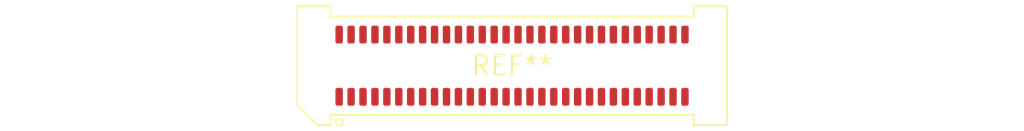
<source format=kicad_pcb>
(kicad_pcb (version 20240108) (generator pcbnew)
  (layers (0 "F.Cu" signal) (31 "B.Cu" signal) (34 "B.Paste" user) (35 "F.Paste" user) (36 "B.SilkS" user "B.Silkscreen") (37 "F.SilkS" user "F.Silkscreen") (38 "B.Mask" user) (39 "F.Mask" user) (44 "Edge.Cuts" user))
  (net 0 "")
  (footprint "Samtec_HSEC8-130-03-X-DV-A_2x30_P0.8mm_Socket_AlignmentPins" (layer "F.Cu") (at 0 0)
    (property "Reference" "REF**")
    (property "Value" "Samtec_HSEC8-130-03-X-DV-A_2x30_P0.8mm_Socket_AlignmentPins")
    (fp_line (start -14.41 -4.005) (end -12.19 -4.005) (layer "F.SilkS") (stroke (width 0.12)))
    (fp_line (start -14.41 2.640563) (end -14.41 -4.005) (layer "F.SilkS") (stroke (width 0.12)))
    (fp_line (start -13.045563 4.005) (end -14.41 2.640563) (layer "F.SilkS") (stroke (width 0.12)))
    (fp_line (start -12.19 -4.005) (end -12.19 -3.305) (layer "F.SilkS") (stroke (width 0.12)))
    (fp_line (start -12.19 -3.305) (end 12.19 -3.305) (layer "F.SilkS") (stroke (width 0.12)))
    (fp_line (start -12.19 3.305) (end -12.19 4.005) (layer "F.SilkS") (stroke (width 0.12)))
    (fp_line (start -12.19 4.005) (end -13.045563 4.005) (layer "F.SilkS") (stroke (width 0.12)))
    (fp_line (start 12.19 -4.005) (end 14.41 -4.005) (layer "F.SilkS") (stroke (width 0.12)))
    (fp_line (start 12.19 -3.305) (end 12.19 -4.005) (layer "F.SilkS") (stroke (width 0.12)))
    (fp_line (start 12.19 3.305) (end -12.19 3.305) (layer "F.SilkS") (stroke (width 0.12)))
    (fp_line (start 12.19 4.005) (end 12.19 3.305) (layer "F.SilkS") (stroke (width 0.12)))
    (fp_line (start 14.41 -4.005) (end 14.41 4.005) (layer "F.SilkS") (stroke (width 0.12)))
    (fp_line (start 14.41 4.005) (end 12.19 4.005) (layer "F.SilkS") (stroke (width 0.12)))
    (fp_arc (start -11.35 3.795) (mid -11.85 3.795) (end -11.35 3.795) (layer "F.SilkS") (stroke (width 0.12)))
    (pad "" np_thru_hole circle (at -13.1 1.5) (size 1.27 1.27) (drill 1.27) (layers *.Cu *.Mask))
    (pad "" np_thru_hole circle (at 13.1 0) (size 1.27 1.27) (drill 1.27) (layers *.Cu *.Mask))
    (pad "1" smd roundrect (at -11.6 2.095) (size 0.5 1.2) (layers "F.Cu" "F.Paste" "F.Mask"))
    (pad "2" smd roundrect (at -11.6 -2.095) (size 0.5 1.2) (layers "F.Cu" "F.Paste" "F.Mask"))
    (pad "3" smd roundrect (at -10.8 2.095) (size 0.5 1.2) (layers "F.Cu" "F.Paste" "F.Mask"))
    (pad "4" smd roundrect (at -10.8 -2.095) (size 0.5 1.2) (layers "F.Cu" "F.Paste" "F.Mask"))
    (pad "5" smd roundrect (at -10 2.095) (size 0.5 1.2) (layers "F.Cu" "F.Paste" "F.Mask"))
    (pad "6" smd roundrect (at -10 -2.095) (size 0.5 1.2) (layers "F.Cu" "F.Paste" "F.Mask"))
    (pad "7" smd roundrect (at -9.2 2.095) (size 0.5 1.2) (layers "F.Cu" "F.Paste" "F.Mask"))
    (pad "8" smd roundrect (at -9.2 -2.095) (size 0.5 1.2) (layers "F.Cu" "F.Paste" "F.Mask"))
    (pad "9" smd roundrect (at -8.4 2.095) (size 0.5 1.2) (layers "F.Cu" "F.Paste" "F.Mask"))
    (pad "10" smd roundrect (at -8.4 -2.095) (size 0.5 1.2) (layers "F.Cu" "F.Paste" "F.Mask"))
    (pad "11" smd roundrect (at -7.6 2.095) (size 0.5 1.2) (layers "F.Cu" "F.Paste" "F.Mask"))
    (pad "12" smd roundrect (at -7.6 -2.095) (size 0.5 1.2) (layers "F.Cu" "F.Paste" "F.Mask"))
    (pad "13" smd roundrect (at -6.8 2.095) (size 0.5 1.2) (layers "F.Cu" "F.Paste" "F.Mask"))
    (pad "14" smd roundrect (at -6.8 -2.095) (size 0.5 1.2) (layers "F.Cu" "F.Paste" "F.Mask"))
    (pad "15" smd roundrect (at -6 2.095) (size 0.5 1.2) (layers "F.Cu" "F.Paste" "F.Mask"))
    (pad "16" smd roundrect (at -6 -2.095) (size 0.5 1.2) (layers "F.Cu" "F.Paste" "F.Mask"))
    (pad "17" smd roundrect (at -5.2 2.095) (size 0.5 1.2) (layers "F.Cu" "F.Paste" "F.Mask"))
    (pad "18" smd roundrect (at -5.2 -2.095) (size 0.5 1.2) (layers "F.Cu" "F.Paste" "F.Mask"))
    (pad "19" smd roundrect (at -4.4 2.095) (size 0.5 1.2) (layers "F.Cu" "F.Paste" "F.Mask"))
    (pad "20" smd roundrect (at -4.4 -2.095) (size 0.5 1.2) (layers "F.Cu" "F.Paste" "F.Mask"))
    (pad "21" smd roundrect (at -3.6 2.095) (size 0.5 1.2) (layers "F.Cu" "F.Paste" "F.Mask"))
    (pad "22" smd roundrect (at -3.6 -2.095) (size 0.5 1.2) (layers "F.Cu" "F.Paste" "F.Mask"))
    (pad "23" smd roundrect (at -2.8 2.095) (size 0.5 1.2) (layers "F.Cu" "F.Paste" "F.Mask"))
    (pad "24" smd roundrect (at -2.8 -2.095) (size 0.5 1.2) (layers "F.Cu" "F.Paste" "F.Mask"))
    (pad "25" smd roundrect (at -2 2.095) (size 0.5 1.2) (layers "F.Cu" "F.Paste" "F.Mask"))
    (pad "26" smd roundrect (at -2 -2.095) (size 0.5 1.2) (layers "F.Cu" "F.Paste" "F.Mask"))
    (pad "27" smd roundrect (at -1.2 2.095) (size 0.5 1.2) (layers "F.Cu" "F.Paste" "F.Mask"))
    (pad "28" smd roundrect (at -1.2 -2.095) (size 0.5 1.2) (layers "F.Cu" "F.Paste" "F.Mask"))
    (pad "29" smd roundrect (at -0.4 2.095) (size 0.5 1.2) (layers "F.Cu" "F.Paste" "F.Mask"))
    (pad "30" smd roundrect (at -0.4 -2.095) (size 0.5 1.2) (layers "F.Cu" "F.Paste" "F.Mask"))
    (pad "31" smd roundrect (at 0.4 2.095) (size 0.5 1.2) (layers "F.Cu" "F.Paste" "F.Mask"))
    (pad "32" smd roundrect (at 0.4 -2.095) (size 0.5 1.2) (layers "F.Cu" "F.Paste" "F.Mask"))
    (pad "33" smd roundrect (at 1.2 2.095) (size 0.5 1.2) (layers "F.Cu" "F.Paste" "F.Mask"))
    (pad "34" smd roundrect (at 1.2 -2.095) (size 0.5 1.2) (layers "F.Cu" "F.Paste" "F.Mask"))
    (pad "35" smd roundrect (at 2 2.095) (size 0.5 1.2) (layers "F.Cu" "F.Paste" "F.Mask"))
    (pad "36" smd roundrect (at 2 -2.095) (size 0.5 1.2) (layers "F.Cu" "F.Paste" "F.Mask"))
    (pad "37" smd roundrect (at 2.8 2.095) (size 0.5 1.2) (layers "F.Cu" "F.Paste" "F.Mask"))
    (pad "38" smd roundrect (at 2.8 -2.095) (size 0.5 1.2) (layers "F.Cu" "F.Paste" "F.Mask"))
    (pad "39" smd roundrect (at 3.6 2.095) (size 0.5 1.2) (layers "F.Cu" "F.Paste" "F.Mask"))
    (pad "40" smd roundrect (at 3.6 -2.095) (size 0.5 1.2) (layers "F.Cu" "F.Paste" "F.Mask"))
    (pad "41" smd roundrect (at 4.4 2.095) (size 0.5 1.2) (layers "F.Cu" "F.Paste" "F.Mask"))
    (pad "42" smd roundrect (at 4.4 -2.095) (size 0.5 1.2) (layers "F.Cu" "F.Paste" "F.Mask"))
    (pad "43" smd roundrect (at 5.2 2.095) (size 0.5 1.2) (layers "F.Cu" "F.Paste" "F.Mask"))
    (pad "44" smd roundrect (at 5.2 -2.095) (size 0.5 1.2) (layers "F.Cu" "F.Paste" "F.Mask"))
    (pad "45" smd roundrect (at 6 2.095) (size 0.5 1.2) (layers "F.Cu" "F.Paste" "F.Mask"))
    (pad "46" smd roundrect (at 6 -2.095) (size 0.5 1.2) (layers "F.Cu" "F.Paste" "F.Mask"))
    (pad "47" smd roundrect (at 6.8 2.095) (size 0.5 1.2) (layers "F.Cu" "F.Paste" "F.Mask"))
    (pad "48" smd roundrect (at 6.8 -2.095) (size 0.5 1.2) (layers "F.Cu" "F.Paste" "F.Mask"))
    (pad "49" smd roundrect (at 7.6 2.095) (size 0.5 1.2) (layers "F.Cu" "F.Paste" "F.Mask"))
    (pad "50" smd roundrect (at 7.6 -2.095) (size 0.5 1.2) (layers "F.Cu" "F.Paste" "F.Mask"))
    (pad "51" smd roundrect (at 8.4 2.095) (size 0.5 1.2) (layers "F.Cu" "F.Paste" "F.Mask"))
    (pad "52" smd roundrect (at 8.4 -2.095) (size 0.5 1.2) (layers "F.Cu" "F.Paste" "F.Mask"))
    (pad "53" smd roundrect (at 9.2 2.095) (size 0.5 1.2) (layers "F.Cu" "F.Paste" "F.Mask"))
    (pad "54" smd roundrect (at 9.2 -2.095) (size 0.5 1.2) (layers "F.Cu" "F.Paste" "F.Mask"))
    (pad "55" smd roundrect (at 10 2.095) (size 0.5 1.2) (layers "F.Cu" "F.Paste" "F.Mask"))
    (pad "56" smd roundrect (at 10 -2.095) (size 0.5 1.2) (layers "F.Cu" "F.Paste" "F.Mask"))
    (pad "57" smd roundrect (at 10.8 2.095) (size 0.5 1.2) (layers "F.Cu" "F.Paste" "F.Mask"))
    (pad "58" smd roundrect (at 10.8 -2.095) (size 0.5 1.2) (layers "F.Cu" "F.Paste" "F.Mask"))
    (pad "59" smd roundrect (at 11.6 2.095) (size 0.5 1.2) (layers "F.Cu" "F.Paste" "F.Mask"))
    (pad "60" smd roundrect (at 11.6 -2.095) (size 0.5 1.2) (layers "F.Cu" "F.Paste" "F.Mask"))
  )
)
</source>
